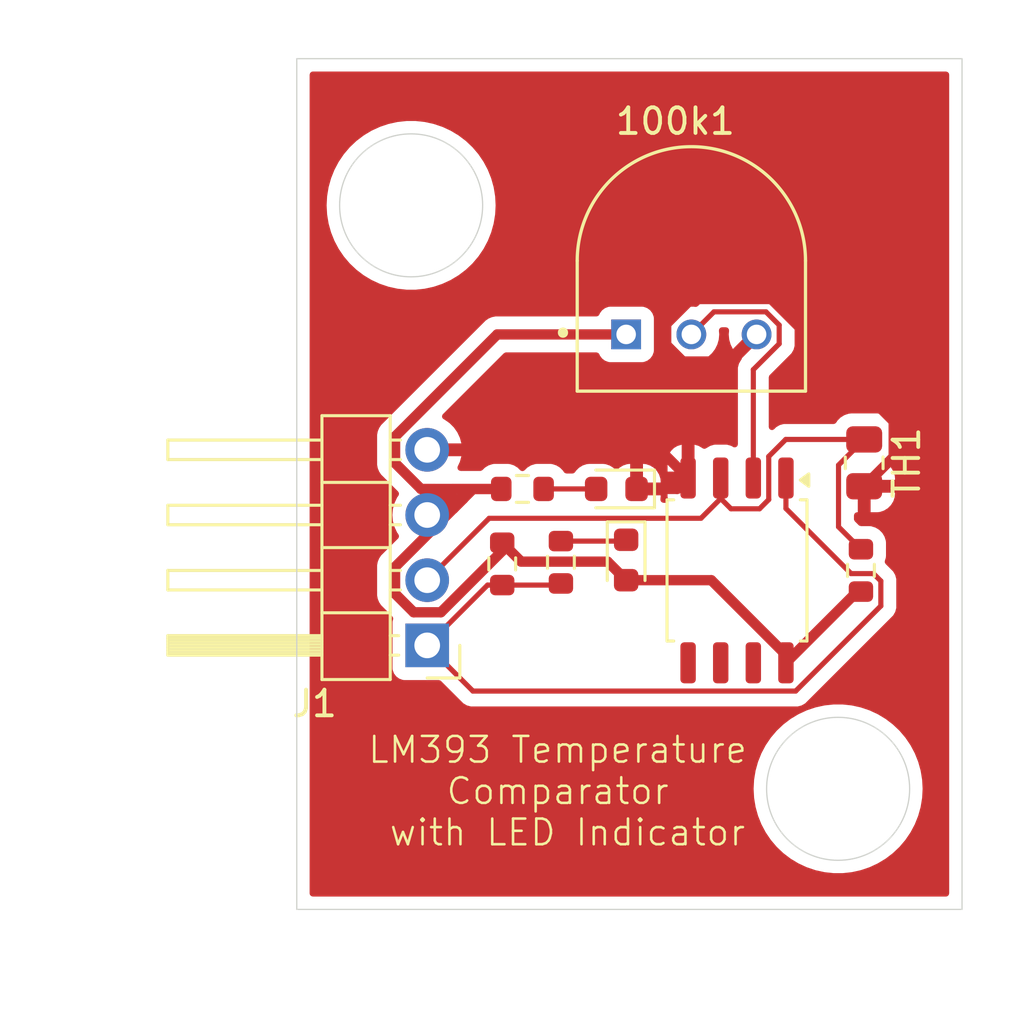
<source format=kicad_pcb>
(kicad_pcb (version 20240108) (generator "pcbnew") (generator_version "8.0")
  (layers (0 "F.Cu" signal) (31 "B.Cu" signal) (34 "B.Paste" user) (35 "F.Paste" user) (36 "B.SilkS" user "B.Silkscreen") (37 "F.SilkS" user "F.Silkscreen") (38 "B.Mask" user) (39 "F.Mask" user) (44 "Edge.Cuts" user))
  (net 0 "")
  (net 1 "/REF")
  (net 2 "VCC")
  (net 3 "Net-(D1-K)")
  (net 4 "Net-(D2-A)")
  (net 5 "GND")
  (net 6 "/DOUT")
  (net 7 "/A0")
  (footprint "Library:TRIM_3352T-1-504LF" (layer "F.Cu") (at 141.605 82.55)
    (property "Reference" "100k1" (at -0.625 -5.435 0) (layer "F.SilkS"))
    (property "Value" "R_Potentiometer_Trim_US")
    (fp_line (start -4.445 0) (end -4.445 5.08) (stroke (width 0.127)) (layer "F.SilkS"))
    (fp_line (start -4.445 5.08) (end 4.445 5.08) (stroke (width 0.127)) (layer "F.SilkS"))
    (fp_line (start 4.445 0) (end 4.445 5.08) (stroke (width 0.127)) (layer "F.SilkS"))
    (fp_arc (start -4.445 0) (mid 0 -4.445) (end 4.445 0) (stroke (width 0.127)) (layer "F.SilkS"))
    (fp_circle (center -5 2.8) (end -4.9 2.8) (stroke (width 0.2)) (fill none) (layer "F.SilkS"))
    (pad "1" thru_hole rect (at -2.54 2.87) (size 1.16 1.16) (drill 0.76) (layers "*.Cu" "*.Mask") (net 2 "VCC"))
    (pad "2" thru_hole circle (at 0 2.87) (size 1.16 1.16) (drill 0.76) (layers "*.Cu" "*.Mask") (net 1 "/REF"))
    (pad "3" thru_hole circle (at 2.54 2.87) (size 1.16 1.16) (drill 0.76) (layers "*.Cu" "*.Mask") (net 5 "GND"))
  )
  (footprint "Resistor_SMD:R_0603_1608Metric" (layer "F.Cu") (at 134.239 94.361 90)
    (property "Reference" "R2" (hide yes))
    (property "Value" "10k")
    (fp_line (start -0.237258 -0.5225) (end 0.237258 -0.5225) (stroke (width 0.12)) (layer "F.SilkS"))
    (fp_line (start -0.237258 0.5225) (end 0.237258 0.5225) (stroke (width 0.12)) (layer "F.SilkS"))
    (pad "1" smd roundrect (at -0.825 0 90) (size 0.8 0.95) (layers "F.Cu" "F.Paste" "F.Mask") (net 6 "/DOUT"))
    (pad "2" smd roundrect (at 0.825 0 90) (size 0.8 0.95) (layers "F.Cu" "F.Paste" "F.Mask") (net 2 "VCC"))
  )
  (footprint "Package_SO:SOP-8_5.28x5.23mm_P1.27mm" (layer "F.Cu") (at 143.383 94.615 -90)
    (property "Reference" "U1" (hide yes))
    (property "Value" "LM393")
    (fp_line (start -2.75 2.725) (end -2.75 2.465) (stroke (width 0.12)) (layer "F.SilkS"))
    (fp_line (start 0 2.725) (end -2.75 2.725) (stroke (width 0.12)) (layer "F.SilkS"))
    (fp_line (start 0 2.725) (end 2.75 2.725) (stroke (width 0.12)) (layer "F.SilkS"))
    (fp_line (start 2.75 2.725) (end 2.75 2.465) (stroke (width 0.12)) (layer "F.SilkS"))
    (fp_line (start -2.75 -2.725) (end -2.75 -2.465) (stroke (width 0.12)) (layer "F.SilkS"))
    (fp_line (start 0 -2.725) (end -2.75 -2.725) (stroke (width 0.12)) (layer "F.SilkS"))
    (fp_line (start 0 -2.725) (end 2.75 -2.725) (stroke (width 0.12)) (layer "F.SilkS"))
    (fp_line (start 2.75 -2.725) (end 2.75 -2.465) (stroke (width 0.12)) (layer "F.SilkS"))
    (fp_poly (pts (xy -3.52 -2.465) (xy -3.76 -2.795) (xy -3.28 -2.795) (xy -3.52 -2.465)) (stroke (width 0.12)) (fill solid) (layer "F.SilkS"))
    (pad "1" smd roundrect (at -3.6 -1.905 270) (size 1.6 0.6) (layers "F.Cu" "F.Paste" "F.Mask") (net 6 "/DOUT"))
    (pad "2" smd roundrect (at -3.6 -0.635 270) (size 1.6 0.6) (layers "F.Cu" "F.Paste" "F.Mask") (net 1 "/REF"))
    (pad "3" smd roundrect (at -3.6 0.635 270) (size 1.6 0.6) (layers "F.Cu" "F.Paste" "F.Mask") (net 7 "/A0"))
    (pad "4" smd roundrect (at -3.6 1.905 270) (size 1.6 0.6) (layers "F.Cu" "F.Paste" "F.Mask") (net 5 "GND"))
    (pad "5" smd roundrect (at 3.6 1.905 270) (size 1.6 0.6) (layers "F.Cu" "F.Paste" "F.Mask"))
    (pad "6" smd roundrect (at 3.6 0.635 270) (size 1.6 0.6) (layers "F.Cu" "F.Paste" "F.Mask"))
    (pad "7" smd roundrect (at 3.6 -0.635 270) (size 1.6 0.6) (layers "F.Cu" "F.Paste" "F.Mask"))
    (pad "8" smd roundrect (at 3.6 -1.905 270) (size 1.6 0.6) (layers "F.Cu" "F.Paste" "F.Mask") (net 2 "VCC"))
  )
  (footprint "Connector_PinHeader_2.54mm:PinHeader_1x04_P2.54mm_Horizontal" (layer "F.Cu") (at 131.318 97.536 180)
    (property "Reference" "J1" (at 4.385 -2.27 360) (layer "F.SilkS"))
    (property "Value" "Conn_01x04_Pin")
    (fp_line (start 10.1 8) (end 4.1 8) (stroke (width 0.12)) (layer "F.SilkS"))
    (fp_line (start 10.1 7.24) (end 10.1 8) (stroke (width 0.12)) (layer "F.SilkS"))
    (fp_line (start 10.1 5.46) (end 4.1 5.46) (stroke (width 0.12)) (layer "F.SilkS"))
    (fp_line (start 10.1 4.7) (end 10.1 5.46) (stroke (width 0.12)) (layer "F.SilkS"))
    (fp_line (start 10.1 2.92) (end 4.1 2.92) (stroke (width 0.12)) (layer "F.SilkS"))
    (fp_line (start 10.1 2.16) (end 10.1 2.92) (stroke (width 0.12)) (layer "F.SilkS"))
    (fp_line (start 10.1 0.38) (end 4.1 0.38) (stroke (width 0.12)) (layer "F.SilkS"))
    (fp_line (start 10.1 -0.38) (end 10.1 0.38) (stroke (width 0.12)) (layer "F.SilkS"))
    (fp_line (start 4.1 8.95) (end 4.1 -1.33) (stroke (width 0.12)) (layer "F.SilkS"))
    (fp_line (start 4.1 7.24) (end 10.1 7.24) (stroke (width 0.12)) (layer "F.SilkS"))
    (fp_line (start 4.1 4.7) (end 10.1 4.7) (stroke (width 0.12)) (layer "F.SilkS"))
    (fp_line (start 4.1 2.16) (end 10.1 2.16) (stroke (width 0.12)) (layer "F.SilkS"))
    (fp_line (start 4.1 0.28) (end 10.1 0.28) (stroke (width 0.12)) (layer "F.SilkS"))
    (fp_line (start 4.1 0.16) (end 10.1 0.16) (stroke (width 0.12)) (layer "F.SilkS"))
    (fp_line (start 4.1 0.04) (end 10.1 0.04) (stroke (width 0.12)) (layer "F.SilkS"))
    (fp_line (start 4.1 -0.08) (end 10.1 -0.08) (stroke (width 0.12)) (layer "F.SilkS"))
    (fp_line (start 4.1 -0.2) (end 10.1 -0.2) (stroke (width 0.12)) (layer "F.SilkS"))
    (fp_line (start 4.1 -0.32) (end 10.1 -0.32) (stroke (width 0.12)) (layer "F.SilkS"))
    (fp_line (start 4.1 -0.38) (end 10.1 -0.38) (stroke (width 0.12)) (layer "F.SilkS"))
    (fp_line (start 4.1 -1.33) (end 1.44 -1.33) (stroke (width 0.12)) (layer "F.SilkS"))
    (fp_line (start 1.44 8.95) (end 4.1 8.95) (stroke (width 0.12)) (layer "F.SilkS"))
    (fp_line (start 1.44 6.35) (end 4.1 6.35) (stroke (width 0.12)) (layer "F.SilkS"))
    (fp_line (start 1.44 3.81) (end 4.1 3.81) (stroke (width 0.12)) (layer "F.SilkS"))
    (fp_line (start 1.44 1.27) (end 4.1 1.27) (stroke (width 0.12)) (layer "F.SilkS"))
    (fp_line (start 1.44 -1.33) (end 1.44 8.95) (stroke (width 0.12)) (layer "F.SilkS"))
    (fp_line (start 1.11 0.38) (end 1.44 0.38) (stroke (width 0.12)) (layer "F.SilkS"))
    (fp_line (start 1.11 -0.38) (end 1.44 -0.38) (stroke (width 0.12)) (layer "F.SilkS"))
    (fp_line (start 1.042929 8) (end 1.44 8) (stroke (width 0.12)) (layer "F.SilkS"))
    (fp_line (start 1.042929 7.24) (end 1.44 7.24) (stroke (width 0.12)) (layer "F.SilkS"))
    (fp_line (start 1.042929 5.46) (end 1.44 5.46) (stroke (width 0.12)) (layer "F.SilkS"))
    (fp_line (start 1.042929 4.7) (end 1.44 4.7) (stroke (width 0.12)) (layer "F.SilkS"))
    (fp_line (start 1.042929 2.92) (end 1.44 2.92) (stroke (width 0.12)) (layer "F.SilkS"))
    (fp_line (start 1.042929 2.16) (end 1.44 2.16) (stroke (width 0.12)) (layer "F.SilkS"))
    (fp_line (start -1.27 0) (end -1.27 -1.27) (stroke (width 0.12)) (layer "F.SilkS"))
    (fp_line (start -1.27 -1.27) (end 0 -1.27) (stroke (width 0.12)) (layer "F.SilkS"))
    (pad "1" thru_hole rect (at 0 0 180) (size 1.7 1.7) (drill 1) (layers "*.Cu" "*.Mask") (net 6 "/DOUT"))
    (pad "2" thru_hole oval (at 0 2.54 180) (size 1.7 1.7) (drill 1) (layers "*.Cu" "*.Mask") (net 7 "/A0"))
    (pad "3" thru_hole oval (at 0 5.08 180) (size 1.7 1.7) (drill 1) (layers "*.Cu" "*.Mask") (net 2 "VCC"))
    (pad "4" thru_hole oval (at 0 7.62 180) (size 1.7 1.7) (drill 1) (layers "*.Cu" "*.Mask") (net 5 "GND"))
  )
  (footprint "LED_SMD:LED_0603_1608Metric" (layer "F.Cu") (at 139.065 94.2085 -90)
    (property "Reference" "D1" (hide yes))
    (property "Value" "LED")
    (fp_line (start -1.485 0.735) (end 0.8 0.735) (stroke (width 0.12)) (layer "F.SilkS"))
    (fp_line (start -1.485 -0.735) (end -1.485 0.735) (stroke (width 0.12)) (layer "F.SilkS"))
    (fp_line (start 0.8 -0.735) (end -1.485 -0.735) (stroke (width 0.12)) (layer "F.SilkS"))
    (pad "1" smd roundrect (at -0.7875 0 270) (size 0.875 0.95) (layers "F.Cu" "F.Paste" "F.Mask") (net 3 "Net-(D1-K)"))
    (pad "2" smd roundrect (at 0.7875 0 270) (size 0.875 0.95) (layers "F.Cu" "F.Paste" "F.Mask") (net 2 "VCC"))
  )
  (footprint "Resistor_SMD:R_0805_2012Metric" (layer "F.Cu") (at 148.336 90.424 -90)
    (property "Reference" "TH1" (at 0 -1.65 90) (layer "F.SilkS"))
    (property "Value" "Thermistor")
    (fp_line (start -0.227064 0.735) (end 0.227064 0.735) (stroke (width 0.12)) (layer "F.SilkS"))
    (fp_line (start -0.227064 -0.735) (end 0.227064 -0.735) (stroke (width 0.12)) (layer "F.SilkS"))
    (pad "1" smd roundrect (at -0.9125 0 270) (size 1.025 1.4) (layers "F.Cu" "F.Paste" "F.Mask") (roundrect_rratio 0.243902) (net 7 "/A0"))
    (pad "2" smd roundrect (at 0.9125 0 270) (size 1.025 1.4) (layers "F.Cu" "F.Paste" "F.Mask") (roundrect_rratio 0.243902) (net 5 "GND"))
  )
  (footprint "Resistor_SMD:R_0603_1608Metric" (layer "F.Cu") (at 136.525 94.298 90)
    (property "Reference" "R4" (hide yes))
    (property "Value" "1k")
    (fp_line (start -0.237258 -0.5225) (end 0.237258 -0.5225) (stroke (width 0.12)) (layer "F.SilkS"))
    (fp_line (start -0.237258 0.5225) (end 0.237258 0.5225) (stroke (width 0.12)) (layer "F.SilkS"))
    (pad "1" smd roundrect (at -0.825 0 90) (size 0.8 0.95) (layers "F.Cu" "F.Paste" "F.Mask") (net 6 "/DOUT"))
    (pad "2" smd roundrect (at 0.825 0 90) (size 0.8 0.95) (layers "F.Cu" "F.Paste" "F.Mask") (net 3 "Net-(D1-K)"))
  )
  (footprint "LED_SMD:LED_0603_1608Metric" (layer "F.Cu") (at 138.684 91.44 180)
    (property "Reference" "D2" (hide yes))
    (property "Value" "LED")
    (fp_line (start 0.8 -0.735) (end -1.485 -0.735) (stroke (width 0.12)) (layer "F.SilkS"))
    (fp_line (start -1.485 0.735) (end 0.8 0.735) (stroke (width 0.12)) (layer "F.SilkS"))
    (fp_line (start -1.485 -0.735) (end -1.485 0.735) (stroke (width 0.12)) (layer "F.SilkS"))
    (pad "1" smd roundrect (at -0.7875 0 180) (size 0.875 0.95) (layers "F.Cu" "F.Paste" "F.Mask") (net 5 "GND"))
    (pad "2" smd roundrect (at 0.7875 0 180) (size 0.875 0.95) (layers "F.Cu" "F.Paste" "F.Mask") (net 4 "Net-(D2-A)"))
  )
  (footprint "Resistor_SMD:R_0603_1608Metric" (layer "F.Cu") (at 135.0265 91.44)
    (property "Reference" "R3" (hide yes))
    (property "Value" "1k")
    (fp_line (start -0.237258 -0.5225) (end 0.237258 -0.5225) (stroke (width 0.12)) (layer "F.SilkS"))
    (fp_line (start -0.237258 0.5225) (end 0.237258 0.5225) (stroke (width 0.12)) (layer "F.SilkS"))
    (pad "1" smd roundrect (at -0.825 0) (size 0.8 0.95) (layers "F.Cu" "F.Paste" "F.Mask") (net 2 "VCC"))
    (pad "2" smd roundrect (at 0.825 0) (size 0.8 0.95) (layers "F.Cu" "F.Paste" "F.Mask") (net 4 "Net-(D2-A)"))
  )
  (footprint "Resistor_SMD:R_0603_1608Metric" (layer "F.Cu") (at 148.209 94.615 90)
    (property "Reference" "R1" (hide yes))
    (property "Value" "10k")
    (fp_line (start -0.237258 -0.5225) (end 0.237258 -0.5225) (stroke (width 0.12)) (layer "F.SilkS"))
    (fp_line (start -0.237258 0.5225) (end 0.237258 0.5225) (stroke (width 0.12)) (layer "F.SilkS"))
    (pad "1" smd roundrect (at -0.825 0 90) (size 0.8 0.95) (layers "F.Cu" "F.Paste" "F.Mask") (net 2 "VCC"))
    (pad "2" smd roundrect (at 0.825 0 90) (size 0.8 0.95) (layers "F.Cu" "F.Paste" "F.Mask") (net 7 "/A0"))
  )
  (gr_circle (center 130.691673 80.391) (end 131.834673 77.851) (stroke (width 0.05)) (fill none) (layer "Edge.Cuts"))
  (gr_circle (center 147.32 103.124) (end 148.463 100.584) (stroke (width 0.05)) (fill none) (layer "Edge.Cuts"))
  (gr_rect (start 126.238 74.676) (end 152.146 107.823) (stroke (width 0.05)) (fill none) (layer "Edge.Cuts"))
  (gr_text "LM393 Temperature \nComparator \nwith LED Indicator" (at 136.779 105.41 0) (layer "F.SilkS") (effects (font (size 1 1) (thickness 0.1)) (justify bottom)))
  (segment (start 144.509508 84.54) (end 142.485 84.54) (width 0.2) (layer "F.Cu") (net 1))
  (segment (start 142.485 84.54) (end 141.605 85.42) (width 0.2) (layer "F.Cu") (net 1))
  (segment (start 144.018 91.015) (end 144.018 86.791508) (width 0.2) (layer "F.Cu") (net 1))
  (segment (start 144.018 86.791508) (end 145.025 85.784508) (width 0.2) (layer "F.Cu") (net 1))
  (segment (start 145.025 85.784508) (end 145.025 85.055492) (width 0.2) (layer "F.Cu") (net 1))
  (segment (start 145.025 85.055492) (end 144.509508 84.54) (width 0.2) (layer "F.Cu") (net 1))
  (segment (start 131.572 91.44) (end 131.074233 91.44) (width 0.4) (layer "F.Cu") (net 2))
  (segment (start 131.953 91.821) (end 131.572 91.44) (width 0.4) (layer "F.Cu") (net 2))
  (segment (start 132.344234 91.831234) (end 131.942766 91.831234) (width 0.4) (layer "F.Cu") (net 2))
  (segment (start 134.239 93.536) (end 134.976 94.273) (width 0.4) (layer "F.Cu") (net 2))
  (segment (start 134.239 91.4775) (end 134.2015 91.44) (width 0.4) (layer "F.Cu") (net 2))
  (segment (start 132.334 91.44) (end 132.1435 91.6305) (width 0.4) (layer "F.Cu") (net 2))
  (segment (start 132.339117 92.207117) (end 131.958117 92.588117) (width 0.4) (layer "F.Cu") (net 2))
  (segment (start 130.068 89.398233) (end 134.046233 85.42) (width 0.4) (layer "F.Cu") (net 2))
  (segment (start 134.2015 91.44) (end 133.106233 91.44) (width 0.4) (layer "F.Cu") (net 2))
  (segment (start 134.2015 91.44) (end 131.074233 91.44) (width 0.4) (layer "F.Cu") (net 2))
  (segment (start 134.976 94.273) (end 138.342 94.273) (width 0.4) (layer "F.Cu") (net 2))
  (segment (start 131.84993 96.246) (end 134.239 93.85693) (width 0.4) (layer "F.Cu") (net 2))
  (segment (start 131.953 91.821) (end 131.318 92.456) (width 0.4) (layer "F.Cu") (net 2))
  (segment (start 131.566883 92.207117) (end 131.318 92.456) (width 0.4) (layer "F.Cu") (net 2))
  (segment (start 131.074233 91.44) (end 130.068 90.433767) (width 0.4) (layer "F.Cu") (net 2))
  (segment (start 132.715 91.831234) (end 132.344234 91.831234) (width 0.4) (layer "F.Cu") (net 2))
  (segment (start 145.288 97.903026) (end 145.288 98.215) (width 0.4) (layer "F.Cu") (net 2))
  (segment (start 132.339117 92.207117) (end 132.339117 91.826117) (width 0.4) (layer "F.Cu") (net 2))
  (segment (start 130.068 94.478233) (end 130.068 95.524) (width 0.4) (layer "F.Cu") (net 2))
  (segment (start 131.318 92.456) (end 131.450117 92.588117) (width 0.4) (layer "F.Cu") (net 2))
  (segment (start 134.2015 91.44) (end 132.715 91.44) (width 0.4) (layer "F.Cu") (net 2))
  (segment (start 131.958117 92.588117) (end 130.068 94.478233) (width 0.4) (layer "F.Cu") (net 2))
  (segment (start 132.339117 92.207117) (end 131.566883 92.207117) (width 0.4) (layer "F.Cu") (net 2))
  (segment (start 130.068 95.524) (end 130.79 96.246) (width 0.4) (layer "F.Cu") (net 2))
  (segment (start 142.380974 94.996) (end 145.288 97.903026) (width 0.4) (layer "F.Cu") (net 2))
  (segment (start 139.065 94.996) (end 142.380974 94.996) (width 0.4) (layer "F.Cu") (net 2))
  (segment (start 130.068 90.433767) (end 130.068 89.398233) (width 0.4) (layer "F.Cu") (net 2))
  (segment (start 138.342 94.273) (end 139.065 94.996) (width 0.4) (layer "F.Cu") (net 2))
  (segment (start 131.942766 91.831234) (end 131.318 92.456) (width 0.4) (layer "F.Cu") (net 2))
  (segment (start 133.106233 91.44) (end 132.339117 92.207117) (width 0.4) (layer "F.Cu") (net 2))
  (segment (start 132.344234 91.831234) (end 132.339117 91.826117) (width 0.4) (layer "F.Cu") (net 2))
  (segment (start 132.715 91.44) (end 132.334 91.44) (width 0.4) (layer "F.Cu") (net 2))
  (segment (start 132.715 91.44) (end 132.715 91.831234) (width 0.4) (layer "F.Cu") (net 2))
  (segment (start 130.79 96.246) (end 131.84993 96.246) (width 0.4) (layer "F.Cu") (net 2))
  (segment (start 132.715 91.831234) (end 132.339117 92.207117) (width 0.4) (layer "F.Cu") (net 2))
  (segment (start 132.1435 91.6305) (end 131.953 91.821) (width 0.4) (layer "F.Cu") (net 2))
  (segment (start 148.063 95.44) (end 145.288 98.215) (width 0.4) (layer "F.Cu") (net 2))
  (segment (start 131.450117 92.588117) (end 131.958117 92.588117) (width 0.4) (layer "F.Cu") (net 2))
  (segment (start 134.239 93.85693) (end 134.239 93.536) (width 0.4) (layer "F.Cu") (net 2))
  (segment (start 148.209 95.44) (end 148.063 95.44) (width 0.4) (layer "F.Cu") (net 2))
  (segment (start 134.046233 85.42) (end 139.065 85.42) (width 0.4) (layer "F.Cu") (net 2))
  (segment (start 132.339117 91.826117) (end 132.1435 91.6305) (width 0.4) (layer "F.Cu") (net 2))
  (segment (start 136.525 93.473) (end 139.013 93.473) (width 0.2) (layer "F.Cu") (net 3))
  (segment (start 139.013 93.473) (end 139.065 93.421) (width 0.2) (layer "F.Cu") (net 3))
  (segment (start 135.8515 91.44) (end 137.8965 91.44) (width 0.2) (layer "F.Cu") (net 4))
  (segment (start 141.478 88.087) (end 144.145 85.42) (width 0.4) (layer "F.Cu") (net 5))
  (segment (start 141.053 91.44) (end 141.478 91.015) (width 0.4) (layer "F.Cu") (net 5))
  (segment (start 141.59907 84.04) (end 140.625 85.01407) (width 0.4) (layer "F.Cu") (net 5))
  (segment (start 140.625 85.01407) (end 140.625 85.82593) (width 0.4) (layer "F.Cu") (net 5))
  (segment (start 139.4715 91.44) (end 141.053 91.44) (width 0.4) (layer "F.Cu") (net 5))
  (segment (start 141.478 91.015) (end 141.478 88.087) (width 0.4) (layer "F.Cu") (net 5))
  (segment (start 141.478 91.015) (end 140.379 89.916) (width 0.4) (layer "F.Cu") (net 5))
  (segment (start 148.336 91.3365) (end 149.484 90.1885) (width 0.4) (layer "F.Cu") (net 5))
  (segment (start 143.088799 86.476201) (end 144.145 85.42) (width 0.4) (layer "F.Cu") (net 5))
  (segment (start 149.484 88.807386) (end 144.716614 84.04) (width 0.4) (layer "F.Cu") (net 5))
  (segment (start 141.275271 86.476201) (end 143.088799 86.476201) (width 0.4) (layer "F.Cu") (net 5))
  (segment (start 144.716614 84.04) (end 141.59907 84.04) (width 0.4) (layer "F.Cu") (net 5))
  (segment (start 140.625 85.82593) (end 141.275271 86.476201) (width 0.4) (layer "F.Cu") (net 5))
  (segment (start 149.484 90.1885) (end 149.484 88.807386) (width 0.4) (layer "F.Cu") (net 5))
  (segment (start 140.379 89.916) (end 131.318 89.916) (width 0.4) (layer "F.Cu") (net 5))
  (segment (start 136.462 95.186) (end 136.525 95.123) (width 0.2) (layer "F.Cu") (net 6))
  (segment (start 147.826 94.74) (end 145.288 92.202) (width 0.2) (layer "F.Cu") (net 6))
  (segment (start 131.318 97.536) (end 133.097 99.315) (width 0.2) (layer "F.Cu") (net 6))
  (segment (start 134.239 95.186) (end 136.462 95.186) (width 0.2) (layer "F.Cu") (net 6))
  (segment (start 133.097 99.315) (end 145.668 99.315) (width 0.2) (layer "F.Cu") (net 6))
  (segment (start 134.239 95.186) (end 133.668 95.186) (width 0.2) (layer "F.Cu") (net 6))
  (segment (start 133.668 95.186) (end 131.318 97.536) (width 0.2) (layer "F.Cu") (net 6))
  (segment (start 145.668 99.315) (end 148.984 95.999) (width 0.2) (layer "F.Cu") (net 6))
  (segment (start 148.984 95.027352) (end 148.696648 94.74) (width 0.2) (layer "F.Cu") (net 6))
  (segment (start 145.288 92.202) (end 145.288 91.015) (width 0.2) (layer "F.Cu") (net 6))
  (segment (start 148.696648 94.74) (end 147.826 94.74) (width 0.2) (layer "F.Cu") (net 6))
  (segment (start 148.984 95.999) (end 148.984 95.027352) (width 0.2) (layer "F.Cu") (net 6))
  (segment (start 143.148001 92.215) (end 142.748 91.814999) (width 0.2) (layer "F.Cu") (net 7))
  (segment (start 141.979999 92.583) (end 133.731 92.583) (width 0.2) (layer "F.Cu") (net 7))
  (segment (start 142.748 91.814999) (end 141.979999 92.583) (width 0.2) (layer "F.Cu") (net 7))
  (segment (start 144.618 91.855552) (end 144.258552 92.215) (width 0.2) (layer "F.Cu") (net 7))
  (segment (start 133.731 92.583) (end 131.318 94.996) (width 0.2) (layer "F.Cu") (net 7))
  (segment (start 148.209 93.79) (end 147.336 92.917) (width 0.2) (layer "F.Cu") (net 7))
  (segment (start 142.748 91.015) (end 142.748 91.814999) (width 0.2) (layer "F.Cu") (net 7))
  (segment (start 147.336 92.917) (end 147.336 90.5115) (width 0.2) (layer "F.Cu") (net 7))
  (segment (start 144.258552 92.215) (end 143.148001 92.215) (width 0.2) (layer "F.Cu") (net 7))
  (segment (start 147.336 90.5115) (end 148.336 89.5115) (width 0.2) (layer "F.Cu") (net 7))
  (segment (start 148.336 89.5115) (end 145.280948 89.5115) (width 0.2) (layer "F.Cu") (net 7))
  (segment (start 144.618 90.174448) (end 144.618 91.855552) (width 0.2) (layer "F.Cu") (net 7))
  (segment (start 145.280948 89.5115) (end 144.618 90.174448) (width 0.2) (layer "F.Cu") (net 7))
  (zone (net 5) (net_name "GND") (layer "F.Cu") (connect_pads (clearance 0.5)) (min_thickness 0.25) (fill yes (thermal_gap 0.5) (thermal_bridge_width 0.5))
    (polygon (pts (xy 114.681 72.517) (xy 154.559 72.39) (xy 153.924 107.823) (xy 116.205 112.014)))
  )
)
</source>
